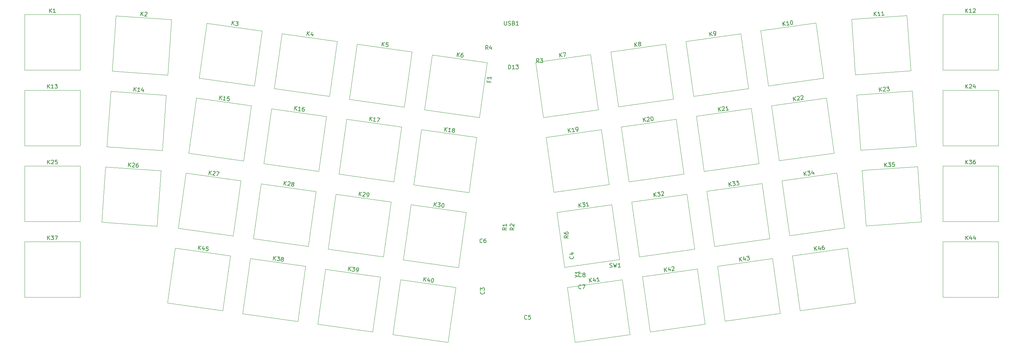
<source format=gbr>
G04 #@! TF.GenerationSoftware,KiCad,Pcbnew,5.1.9-73d0e3b20d~88~ubuntu20.04.1*
G04 #@! TF.CreationDate,2021-04-21T09:56:19-07:00*
G04 #@! TF.ProjectId,test1,74657374-312e-46b6-9963-61645f706362,rev?*
G04 #@! TF.SameCoordinates,Original*
G04 #@! TF.FileFunction,Legend,Top*
G04 #@! TF.FilePolarity,Positive*
%FSLAX46Y46*%
G04 Gerber Fmt 4.6, Leading zero omitted, Abs format (unit mm)*
G04 Created by KiCad (PCBNEW 5.1.9-73d0e3b20d~88~ubuntu20.04.1) date 2021-04-21 09:56:19*
%MOMM*%
%LPD*%
G01*
G04 APERTURE LIST*
%ADD10C,0.120000*%
%ADD11C,0.150000*%
G04 APERTURE END LIST*
D10*
X218351500Y-93203189D02*
X232185545Y-91258941D01*
X232185545Y-91258941D02*
X234129793Y-105092986D01*
X234129793Y-105092986D02*
X220295748Y-107037234D01*
X220295748Y-107037234D02*
X218351500Y-93203189D01*
X63245253Y-91284051D02*
X77079298Y-93228299D01*
X77079298Y-93228299D02*
X75135050Y-107062344D01*
X75135050Y-107062344D02*
X61301005Y-105118095D01*
X61301005Y-105118095D02*
X63245253Y-91284051D01*
X153801803Y-44562406D02*
X167635848Y-42618158D01*
X167635848Y-42618158D02*
X169580096Y-56452203D01*
X169580096Y-56452203D02*
X155746051Y-58396451D01*
X155746051Y-58396451D02*
X153801803Y-44562406D01*
X25368250Y-89630250D02*
X39338250Y-89630250D01*
X39338250Y-89630250D02*
X39338250Y-103600250D01*
X39338250Y-103600250D02*
X25368250Y-103600250D01*
X25368250Y-103600250D02*
X25368250Y-89630250D01*
X25368250Y-32480250D02*
X39338250Y-32480250D01*
X39338250Y-32480250D02*
X39338250Y-46450250D01*
X39338250Y-46450250D02*
X25368250Y-46450250D01*
X25368250Y-46450250D02*
X25368250Y-32480250D01*
X47374046Y-46775124D02*
X48348544Y-32839154D01*
X61310015Y-47749622D02*
X47374046Y-46775124D01*
X62284513Y-33813652D02*
X61310015Y-47749622D01*
X48348544Y-32839154D02*
X62284513Y-33813652D01*
X25368250Y-51530250D02*
X39338250Y-51530250D01*
X39338250Y-51530250D02*
X39338250Y-65500250D01*
X39338250Y-65500250D02*
X25368250Y-65500250D01*
X25368250Y-65500250D02*
X25368250Y-51530250D01*
X256159000Y-89630250D02*
X270129000Y-89630250D01*
X270129000Y-89630250D02*
X270129000Y-103600250D01*
X270129000Y-103600250D02*
X256159000Y-103600250D01*
X256159000Y-103600250D02*
X256159000Y-89630250D01*
X199484758Y-95853731D02*
X213318803Y-93909483D01*
X213318803Y-93909483D02*
X215263051Y-107743528D01*
X215263051Y-107743528D02*
X201429006Y-109687776D01*
X201429006Y-109687776D02*
X199484758Y-95853731D01*
X180620153Y-98504978D02*
X194454198Y-96560730D01*
X194454198Y-96560730D02*
X196398446Y-110394775D01*
X196398446Y-110394775D02*
X182564401Y-112339023D01*
X182564401Y-112339023D02*
X180620153Y-98504978D01*
X161755546Y-101156226D02*
X175589591Y-99211978D01*
X175589591Y-99211978D02*
X177533839Y-113046023D01*
X177533839Y-113046023D02*
X163699794Y-114990271D01*
X163699794Y-114990271D02*
X161755546Y-101156226D01*
X119864821Y-99245166D02*
X133698866Y-101189414D01*
X133698866Y-101189414D02*
X131754618Y-115023459D01*
X131754618Y-115023459D02*
X117920573Y-113079210D01*
X117920573Y-113079210D02*
X119864821Y-99245166D01*
X100975718Y-96586653D02*
X114809763Y-98530901D01*
X114809763Y-98530901D02*
X112865515Y-112364946D01*
X112865515Y-112364946D02*
X99031470Y-110420697D01*
X99031470Y-110420697D02*
X100975718Y-96586653D01*
X82111112Y-93935405D02*
X95945157Y-95879653D01*
X95945157Y-95879653D02*
X94000909Y-109713698D01*
X94000909Y-109713698D02*
X80166864Y-107769449D01*
X80166864Y-107769449D02*
X82111112Y-93935405D01*
X256127250Y-70580250D02*
X270097250Y-70580250D01*
X270097250Y-70580250D02*
X270097250Y-84550250D01*
X270097250Y-84550250D02*
X256127250Y-84550250D01*
X256127250Y-84550250D02*
X256127250Y-70580250D01*
X235863563Y-71735840D02*
X249799533Y-70761342D01*
X249799533Y-70761342D02*
X250774031Y-84697312D01*
X250774031Y-84697312D02*
X236838061Y-85671810D01*
X236838061Y-85671810D02*
X235863563Y-71735840D01*
X215698117Y-74337876D02*
X229532162Y-72393628D01*
X229532162Y-72393628D02*
X231476410Y-86227673D01*
X231476410Y-86227673D02*
X217642365Y-88171921D01*
X217642365Y-88171921D02*
X215698117Y-74337876D01*
X196846760Y-76993573D02*
X210680805Y-75049325D01*
X210680805Y-75049325D02*
X212625053Y-88883370D01*
X212625053Y-88883370D02*
X198791008Y-90827618D01*
X198791008Y-90827618D02*
X196846760Y-76993573D01*
X177968905Y-79640371D02*
X191802950Y-77696123D01*
X191802950Y-77696123D02*
X193747198Y-91530168D01*
X193747198Y-91530168D02*
X179913153Y-93474416D01*
X179913153Y-93474416D02*
X177968905Y-79640371D01*
X159104298Y-82291619D02*
X172938343Y-80347371D01*
X172938343Y-80347371D02*
X174882591Y-94181416D01*
X174882591Y-94181416D02*
X161048546Y-96125664D01*
X161048546Y-96125664D02*
X159104298Y-82291619D01*
X122491573Y-80373293D02*
X136325618Y-82317541D01*
X136325618Y-82317541D02*
X134381370Y-96151586D01*
X134381370Y-96151586D02*
X120547325Y-94207337D01*
X120547325Y-94207337D02*
X122491573Y-80373293D01*
X103626966Y-77722046D02*
X117461011Y-79666294D01*
X117461011Y-79666294D02*
X115516763Y-93500339D01*
X115516763Y-93500339D02*
X101682718Y-91556090D01*
X101682718Y-91556090D02*
X103626966Y-77722046D01*
X84762359Y-75070798D02*
X98596404Y-77015046D01*
X98596404Y-77015046D02*
X96652156Y-90849091D01*
X96652156Y-90849091D02*
X82818111Y-88904842D01*
X82818111Y-88904842D02*
X84762359Y-75070798D01*
X65897753Y-72419551D02*
X79731798Y-74363799D01*
X79731798Y-74363799D02*
X77787550Y-88197844D01*
X77787550Y-88197844D02*
X63953505Y-86253595D01*
X63953505Y-86253595D02*
X65897753Y-72419551D01*
X45690823Y-70846344D02*
X59626792Y-71820842D01*
X59626792Y-71820842D02*
X58652294Y-85756812D01*
X58652294Y-85756812D02*
X44716325Y-84782314D01*
X44716325Y-84782314D02*
X45690823Y-70846344D01*
X25368250Y-70580250D02*
X39338250Y-70580250D01*
X39338250Y-70580250D02*
X39338250Y-84550250D01*
X39338250Y-84550250D02*
X25368250Y-84550250D01*
X25368250Y-84550250D02*
X25368250Y-70580250D01*
X256127250Y-51530250D02*
X270097250Y-51530250D01*
X270097250Y-51530250D02*
X270097250Y-65500250D01*
X270097250Y-65500250D02*
X256127250Y-65500250D01*
X256127250Y-65500250D02*
X256127250Y-51530250D01*
X234534702Y-52732245D02*
X248470672Y-51757747D01*
X248470672Y-51757747D02*
X249445170Y-65693717D01*
X249445170Y-65693717D02*
X235509200Y-66668215D01*
X235509200Y-66668215D02*
X234534702Y-52732245D01*
X213046871Y-55473270D02*
X226880916Y-53529022D01*
X226880916Y-53529022D02*
X228825164Y-67363067D01*
X228825164Y-67363067D02*
X214991119Y-69307315D01*
X214991119Y-69307315D02*
X213046871Y-55473270D01*
X194194642Y-58122777D02*
X208028687Y-56178529D01*
X208028687Y-56178529D02*
X209972935Y-70012574D01*
X209972935Y-70012574D02*
X196138890Y-71956822D01*
X196138890Y-71956822D02*
X194194642Y-58122777D01*
X175317657Y-60775764D02*
X189151702Y-58831516D01*
X189151702Y-58831516D02*
X191095950Y-72665561D01*
X191095950Y-72665561D02*
X177261905Y-74609809D01*
X177261905Y-74609809D02*
X175317657Y-60775764D01*
X156453052Y-63427012D02*
X170287097Y-61482764D01*
X170287097Y-61482764D02*
X172231345Y-75316809D01*
X172231345Y-75316809D02*
X158397300Y-77261057D01*
X158397300Y-77261057D02*
X156453052Y-63427012D01*
X125142820Y-61508687D02*
X138976865Y-63452935D01*
X138976865Y-63452935D02*
X137032617Y-77286980D01*
X137032617Y-77286980D02*
X123198572Y-75342731D01*
X123198572Y-75342731D02*
X125142820Y-61508687D01*
X106278214Y-58857439D02*
X120112259Y-60801687D01*
X120112259Y-60801687D02*
X118168011Y-74635732D01*
X118168011Y-74635732D02*
X104333966Y-72691483D01*
X104333966Y-72691483D02*
X106278214Y-58857439D01*
X87413607Y-56206192D02*
X101247652Y-58150440D01*
X101247652Y-58150440D02*
X99303404Y-71984485D01*
X99303404Y-71984485D02*
X85469359Y-70040236D01*
X85469359Y-70040236D02*
X87413607Y-56206192D01*
X68549000Y-53554944D02*
X82383045Y-55499192D01*
X82383045Y-55499192D02*
X80438797Y-69333237D01*
X80438797Y-69333237D02*
X66604752Y-67388988D01*
X66604752Y-67388988D02*
X68549000Y-53554944D01*
X47019683Y-51842749D02*
X60955652Y-52817247D01*
X60955652Y-52817247D02*
X59981154Y-66753217D01*
X59981154Y-66753217D02*
X46045185Y-65778719D01*
X46045185Y-65778719D02*
X47019683Y-51842749D01*
X256127250Y-32480250D02*
X270097250Y-32480250D01*
X270097250Y-32480250D02*
X270097250Y-46450250D01*
X270097250Y-46450250D02*
X256127250Y-46450250D01*
X256127250Y-46450250D02*
X256127250Y-32480250D01*
X233205841Y-33728650D02*
X247141811Y-32754152D01*
X247141811Y-32754152D02*
X248116309Y-46690122D01*
X248116309Y-46690122D02*
X234180339Y-47664620D01*
X234180339Y-47664620D02*
X233205841Y-33728650D01*
X210395624Y-36608663D02*
X224229669Y-34664415D01*
X224229669Y-34664415D02*
X226173917Y-48498460D01*
X226173917Y-48498460D02*
X212339872Y-50442708D01*
X212339872Y-50442708D02*
X210395624Y-36608663D01*
X191544265Y-39264360D02*
X205378310Y-37320112D01*
X205378310Y-37320112D02*
X207322558Y-51154157D01*
X207322558Y-51154157D02*
X193488513Y-53098405D01*
X193488513Y-53098405D02*
X191544265Y-39264360D01*
X172679658Y-41915607D02*
X186513703Y-39971359D01*
X186513703Y-39971359D02*
X188457951Y-53805404D01*
X188457951Y-53805404D02*
X174623906Y-55749652D01*
X174623906Y-55749652D02*
X172679658Y-41915607D01*
X127794068Y-42644080D02*
X141628113Y-44588328D01*
X141628113Y-44588328D02*
X139683865Y-58422373D01*
X139683865Y-58422373D02*
X125849820Y-56478124D01*
X125849820Y-56478124D02*
X127794068Y-42644080D01*
X108929461Y-39992832D02*
X122763506Y-41937080D01*
X122763506Y-41937080D02*
X120819258Y-55771125D01*
X120819258Y-55771125D02*
X106985213Y-53826876D01*
X106985213Y-53826876D02*
X108929461Y-39992832D01*
X90064854Y-37341585D02*
X103898899Y-39285833D01*
X103898899Y-39285833D02*
X101954651Y-53119878D01*
X101954651Y-53119878D02*
X88120606Y-51175629D01*
X88120606Y-51175629D02*
X90064854Y-37341585D01*
X71200248Y-34690337D02*
X85034293Y-36634585D01*
X85034293Y-36634585D02*
X83090045Y-50468630D01*
X83090045Y-50468630D02*
X69256000Y-48524381D01*
X69256000Y-48524381D02*
X71200248Y-34690337D01*
D11*
X224005287Y-91967691D02*
X223866114Y-90977423D01*
X224571155Y-91888163D02*
X224067227Y-91381941D01*
X224431982Y-90897895D02*
X223945642Y-91543290D01*
X225327174Y-91108693D02*
X225419956Y-91768872D01*
X225038378Y-90764585D02*
X224902009Y-91505056D01*
X225515032Y-91418901D01*
X226223895Y-90646058D02*
X226035273Y-90672567D01*
X225947589Y-90732978D01*
X225907061Y-90786761D01*
X225832631Y-90941482D01*
X225811985Y-91136732D01*
X225865003Y-91513977D01*
X225925413Y-91601661D01*
X225979196Y-91642189D01*
X226080135Y-91676090D01*
X226268757Y-91649581D01*
X226356441Y-91589171D01*
X226396970Y-91535388D01*
X226430871Y-91434449D01*
X226397734Y-91198671D01*
X226337324Y-91110987D01*
X226283541Y-91070459D01*
X226182602Y-91036558D01*
X225993980Y-91063067D01*
X225906296Y-91123477D01*
X225865768Y-91177260D01*
X225831867Y-91278199D01*
X69020573Y-91654808D02*
X69159746Y-90664540D01*
X69586440Y-91734335D02*
X69241567Y-91108822D01*
X69725613Y-90744067D02*
X69080218Y-91230407D01*
X70528024Y-91193448D02*
X70435242Y-91853627D01*
X70345264Y-90783067D02*
X70010076Y-91457264D01*
X70623099Y-91543419D01*
X71564683Y-91002532D02*
X71093126Y-90936259D01*
X70979698Y-91401188D01*
X71033481Y-91360659D01*
X71134419Y-91326758D01*
X71370198Y-91359895D01*
X71457881Y-91420305D01*
X71498410Y-91474088D01*
X71532311Y-91575027D01*
X71499174Y-91810805D01*
X71438764Y-91898489D01*
X71384981Y-91939017D01*
X71284043Y-91972918D01*
X71048265Y-91939781D01*
X70960581Y-91879371D01*
X70920052Y-91825588D01*
X159927147Y-43260635D02*
X159787974Y-42270367D01*
X160493014Y-43181107D02*
X159989086Y-42674886D01*
X160353841Y-42190839D02*
X159867501Y-42836234D01*
X160683930Y-42144448D02*
X161344109Y-42051666D01*
X161058882Y-43101580D01*
X31138964Y-89193630D02*
X31138964Y-88193630D01*
X31710392Y-89193630D02*
X31281821Y-88622202D01*
X31710392Y-88193630D02*
X31138964Y-88765059D01*
X32043726Y-88193630D02*
X32662773Y-88193630D01*
X32329440Y-88574583D01*
X32472297Y-88574583D01*
X32567535Y-88622202D01*
X32615154Y-88669821D01*
X32662773Y-88765059D01*
X32662773Y-89003154D01*
X32615154Y-89098392D01*
X32567535Y-89146011D01*
X32472297Y-89193630D01*
X32186583Y-89193630D01*
X32091345Y-89146011D01*
X32043726Y-89098392D01*
X32996107Y-88193630D02*
X33662773Y-88193630D01*
X33234202Y-89193630D01*
X31615154Y-32043630D02*
X31615154Y-31043630D01*
X32186583Y-32043630D02*
X31758011Y-31472202D01*
X32186583Y-31043630D02*
X31615154Y-31615059D01*
X33138964Y-32043630D02*
X32567535Y-32043630D01*
X32853250Y-32043630D02*
X32853250Y-31043630D01*
X32758011Y-31186488D01*
X32662773Y-31281726D01*
X32567535Y-31329345D01*
X145961904Y-34218630D02*
X145961904Y-35028154D01*
X146009523Y-35123392D01*
X146057142Y-35171011D01*
X146152380Y-35218630D01*
X146342857Y-35218630D01*
X146438095Y-35171011D01*
X146485714Y-35123392D01*
X146533333Y-35028154D01*
X146533333Y-34218630D01*
X146961904Y-35171011D02*
X147104761Y-35218630D01*
X147342857Y-35218630D01*
X147438095Y-35171011D01*
X147485714Y-35123392D01*
X147533333Y-35028154D01*
X147533333Y-34932916D01*
X147485714Y-34837678D01*
X147438095Y-34790059D01*
X147342857Y-34742440D01*
X147152380Y-34694821D01*
X147057142Y-34647202D01*
X147009523Y-34599583D01*
X146961904Y-34504345D01*
X146961904Y-34409107D01*
X147009523Y-34313869D01*
X147057142Y-34266250D01*
X147152380Y-34218630D01*
X147390476Y-34218630D01*
X147533333Y-34266250D01*
X148295238Y-34694821D02*
X148438095Y-34742440D01*
X148485714Y-34790059D01*
X148533333Y-34885297D01*
X148533333Y-35028154D01*
X148485714Y-35123392D01*
X148438095Y-35171011D01*
X148342857Y-35218630D01*
X147961904Y-35218630D01*
X147961904Y-34218630D01*
X148295238Y-34218630D01*
X148390476Y-34266250D01*
X148438095Y-34313869D01*
X148485714Y-34409107D01*
X148485714Y-34504345D01*
X148438095Y-34599583D01*
X148390476Y-34647202D01*
X148295238Y-34694821D01*
X147961904Y-34694821D01*
X149485714Y-35218630D02*
X148914285Y-35218630D01*
X149200000Y-35218630D02*
X149200000Y-34218630D01*
X149104761Y-34361488D01*
X149009523Y-34456726D01*
X148914285Y-34504345D01*
X54610688Y-32839361D02*
X54680444Y-31841797D01*
X55180724Y-32879221D02*
X54793058Y-32279289D01*
X55250481Y-31881657D02*
X54640583Y-32411833D01*
X55623862Y-32003237D02*
X55674687Y-31959056D01*
X55773014Y-31918196D01*
X56010530Y-31934805D01*
X56102214Y-31988952D01*
X56146395Y-32039776D01*
X56187255Y-32138104D01*
X56180611Y-32233110D01*
X56123143Y-32372298D01*
X55513246Y-32902474D01*
X56130785Y-32945656D01*
X140422333Y-89863142D02*
X140374714Y-89910761D01*
X140231857Y-89958380D01*
X140136619Y-89958380D01*
X139993761Y-89910761D01*
X139898523Y-89815523D01*
X139850904Y-89720285D01*
X139803285Y-89529809D01*
X139803285Y-89386952D01*
X139850904Y-89196476D01*
X139898523Y-89101238D01*
X139993761Y-89006000D01*
X140136619Y-88958380D01*
X140231857Y-88958380D01*
X140374714Y-89006000D01*
X140422333Y-89053619D01*
X141279476Y-88958380D02*
X141089000Y-88958380D01*
X140993761Y-89006000D01*
X140946142Y-89053619D01*
X140850904Y-89196476D01*
X140803285Y-89386952D01*
X140803285Y-89767904D01*
X140850904Y-89863142D01*
X140898523Y-89910761D01*
X140993761Y-89958380D01*
X141184238Y-89958380D01*
X141279476Y-89910761D01*
X141327095Y-89863142D01*
X141374714Y-89767904D01*
X141374714Y-89529809D01*
X141327095Y-89434571D01*
X141279476Y-89386952D01*
X141184238Y-89339333D01*
X140993761Y-89339333D01*
X140898523Y-89386952D01*
X140850904Y-89434571D01*
X140803285Y-89529809D01*
X151619833Y-109098142D02*
X151572214Y-109145761D01*
X151429357Y-109193380D01*
X151334119Y-109193380D01*
X151191261Y-109145761D01*
X151096023Y-109050523D01*
X151048404Y-108955285D01*
X151000785Y-108764809D01*
X151000785Y-108621952D01*
X151048404Y-108431476D01*
X151096023Y-108336238D01*
X151191261Y-108241000D01*
X151334119Y-108193380D01*
X151429357Y-108193380D01*
X151572214Y-108241000D01*
X151619833Y-108288619D01*
X152524595Y-108193380D02*
X152048404Y-108193380D01*
X152000785Y-108669571D01*
X152048404Y-108621952D01*
X152143642Y-108574333D01*
X152381738Y-108574333D01*
X152476976Y-108621952D01*
X152524595Y-108669571D01*
X152572214Y-108764809D01*
X152572214Y-109002904D01*
X152524595Y-109098142D01*
X152476976Y-109145761D01*
X152381738Y-109193380D01*
X152143642Y-109193380D01*
X152048404Y-109145761D01*
X152000785Y-109098142D01*
X31138964Y-51093630D02*
X31138964Y-50093630D01*
X31710392Y-51093630D02*
X31281821Y-50522202D01*
X31710392Y-50093630D02*
X31138964Y-50665059D01*
X32662773Y-51093630D02*
X32091345Y-51093630D01*
X32377059Y-51093630D02*
X32377059Y-50093630D01*
X32281821Y-50236488D01*
X32186583Y-50331726D01*
X32091345Y-50379345D01*
X32996107Y-50093630D02*
X33615154Y-50093630D01*
X33281821Y-50474583D01*
X33424678Y-50474583D01*
X33519916Y-50522202D01*
X33567535Y-50569821D01*
X33615154Y-50665059D01*
X33615154Y-50903154D01*
X33567535Y-50998392D01*
X33519916Y-51046011D01*
X33424678Y-51093630D01*
X33138964Y-51093630D01*
X33043726Y-51046011D01*
X32996107Y-50998392D01*
X146994714Y-46209380D02*
X146994714Y-45209380D01*
X147232809Y-45209380D01*
X147375666Y-45257000D01*
X147470904Y-45352238D01*
X147518523Y-45447476D01*
X147566142Y-45637952D01*
X147566142Y-45780809D01*
X147518523Y-45971285D01*
X147470904Y-46066523D01*
X147375666Y-46161761D01*
X147232809Y-46209380D01*
X146994714Y-46209380D01*
X148518523Y-46209380D02*
X147947095Y-46209380D01*
X148232809Y-46209380D02*
X148232809Y-45209380D01*
X148137571Y-45352238D01*
X148042333Y-45447476D01*
X147947095Y-45495095D01*
X148851857Y-45209380D02*
X149470904Y-45209380D01*
X149137571Y-45590333D01*
X149280428Y-45590333D01*
X149375666Y-45637952D01*
X149423285Y-45685571D01*
X149470904Y-45780809D01*
X149470904Y-46018904D01*
X149423285Y-46114142D01*
X149375666Y-46161761D01*
X149280428Y-46209380D01*
X148994714Y-46209380D01*
X148899476Y-46161761D01*
X148851857Y-46114142D01*
X164259690Y-98350940D02*
X164735880Y-98350940D01*
X163735880Y-98684273D02*
X164259690Y-98350940D01*
X163735880Y-98017607D01*
X164735880Y-97160464D02*
X164735880Y-97731892D01*
X164735880Y-97446178D02*
X163735880Y-97446178D01*
X163878738Y-97541416D01*
X163973976Y-97636654D01*
X164021595Y-97731892D01*
X172466166Y-96079761D02*
X172609023Y-96127380D01*
X172847119Y-96127380D01*
X172942357Y-96079761D01*
X172989976Y-96032142D01*
X173037595Y-95936904D01*
X173037595Y-95841666D01*
X172989976Y-95746428D01*
X172942357Y-95698809D01*
X172847119Y-95651190D01*
X172656642Y-95603571D01*
X172561404Y-95555952D01*
X172513785Y-95508333D01*
X172466166Y-95413095D01*
X172466166Y-95317857D01*
X172513785Y-95222619D01*
X172561404Y-95175000D01*
X172656642Y-95127380D01*
X172894738Y-95127380D01*
X173037595Y-95175000D01*
X173370928Y-95127380D02*
X173609023Y-96127380D01*
X173799500Y-95413095D01*
X173989976Y-96127380D01*
X174228071Y-95127380D01*
X175132833Y-96127380D02*
X174561404Y-96127380D01*
X174847119Y-96127380D02*
X174847119Y-95127380D01*
X174751880Y-95270238D01*
X174656642Y-95365476D01*
X174561404Y-95413095D01*
X141835333Y-41347380D02*
X141502000Y-40871190D01*
X141263904Y-41347380D02*
X141263904Y-40347380D01*
X141644857Y-40347380D01*
X141740095Y-40395000D01*
X141787714Y-40442619D01*
X141835333Y-40537857D01*
X141835333Y-40680714D01*
X141787714Y-40775952D01*
X141740095Y-40823571D01*
X141644857Y-40871190D01*
X141263904Y-40871190D01*
X142692476Y-40680714D02*
X142692476Y-41347380D01*
X142454380Y-40299761D02*
X142216285Y-41014047D01*
X142835333Y-41014047D01*
X154646333Y-44647380D02*
X154313000Y-44171190D01*
X154074904Y-44647380D02*
X154074904Y-43647380D01*
X154455857Y-43647380D01*
X154551095Y-43695000D01*
X154598714Y-43742619D01*
X154646333Y-43837857D01*
X154646333Y-43980714D01*
X154598714Y-44075952D01*
X154551095Y-44123571D01*
X154455857Y-44171190D01*
X154074904Y-44171190D01*
X154979666Y-43647380D02*
X155598714Y-43647380D01*
X155265380Y-44028333D01*
X155408238Y-44028333D01*
X155503476Y-44075952D01*
X155551095Y-44123571D01*
X155598714Y-44218809D01*
X155598714Y-44456904D01*
X155551095Y-44552142D01*
X155503476Y-44599761D01*
X155408238Y-44647380D01*
X155122523Y-44647380D01*
X155027285Y-44599761D01*
X154979666Y-44552142D01*
X148406380Y-86161416D02*
X147930190Y-86494750D01*
X148406380Y-86732845D02*
X147406380Y-86732845D01*
X147406380Y-86351892D01*
X147454000Y-86256654D01*
X147501619Y-86209035D01*
X147596857Y-86161416D01*
X147739714Y-86161416D01*
X147834952Y-86209035D01*
X147882571Y-86256654D01*
X147930190Y-86351892D01*
X147930190Y-86732845D01*
X147501619Y-85780464D02*
X147454000Y-85732845D01*
X147406380Y-85637607D01*
X147406380Y-85399511D01*
X147454000Y-85304273D01*
X147501619Y-85256654D01*
X147596857Y-85209035D01*
X147692095Y-85209035D01*
X147834952Y-85256654D01*
X148406380Y-85828083D01*
X148406380Y-85209035D01*
X146501380Y-86161416D02*
X146025190Y-86494750D01*
X146501380Y-86732845D02*
X145501380Y-86732845D01*
X145501380Y-86351892D01*
X145549000Y-86256654D01*
X145596619Y-86209035D01*
X145691857Y-86161416D01*
X145834714Y-86161416D01*
X145929952Y-86209035D01*
X145977571Y-86256654D01*
X146025190Y-86351892D01*
X146025190Y-86732845D01*
X146501380Y-85209035D02*
X146501380Y-85780464D01*
X146501380Y-85494750D02*
X145501380Y-85494750D01*
X145644238Y-85589988D01*
X145739476Y-85685226D01*
X145787095Y-85780464D01*
X161995380Y-88177666D02*
X161519190Y-88511000D01*
X161995380Y-88749095D02*
X160995380Y-88749095D01*
X160995380Y-88368142D01*
X161043000Y-88272904D01*
X161090619Y-88225285D01*
X161185857Y-88177666D01*
X161328714Y-88177666D01*
X161423952Y-88225285D01*
X161471571Y-88272904D01*
X161519190Y-88368142D01*
X161519190Y-88749095D01*
X160995380Y-87320523D02*
X160995380Y-87511000D01*
X161043000Y-87606238D01*
X161090619Y-87653857D01*
X161233476Y-87749095D01*
X161423952Y-87796714D01*
X161804904Y-87796714D01*
X161900142Y-87749095D01*
X161947761Y-87701476D01*
X161995380Y-87606238D01*
X161995380Y-87415761D01*
X161947761Y-87320523D01*
X161900142Y-87272904D01*
X161804904Y-87225285D01*
X161566809Y-87225285D01*
X161471571Y-87272904D01*
X161423952Y-87320523D01*
X161376333Y-87415761D01*
X161376333Y-87606238D01*
X161423952Y-87701476D01*
X161471571Y-87749095D01*
X161566809Y-87796714D01*
X261929714Y-89193630D02*
X261929714Y-88193630D01*
X262501142Y-89193630D02*
X262072571Y-88622202D01*
X262501142Y-88193630D02*
X261929714Y-88765059D01*
X263358285Y-88526964D02*
X263358285Y-89193630D01*
X263120190Y-88146011D02*
X262882095Y-88860297D01*
X263501142Y-88860297D01*
X264310666Y-88526964D02*
X264310666Y-89193630D01*
X264072571Y-88146011D02*
X263834476Y-88860297D01*
X264453523Y-88860297D01*
X205138545Y-94618233D02*
X204999372Y-93627965D01*
X205704413Y-94538705D02*
X205200485Y-94032483D01*
X205565240Y-93548437D02*
X205078900Y-94193832D01*
X206460432Y-93759235D02*
X206553214Y-94419414D01*
X206171636Y-93415127D02*
X206035267Y-94155598D01*
X206648290Y-94069443D01*
X206838442Y-93369500D02*
X207451465Y-93283346D01*
X207174394Y-93706982D01*
X207315860Y-93687100D01*
X207416799Y-93721001D01*
X207470582Y-93761529D01*
X207530992Y-93849213D01*
X207564129Y-94084991D01*
X207530228Y-94185930D01*
X207489699Y-94239713D01*
X207402015Y-94300123D01*
X207119082Y-94339887D01*
X207018143Y-94305986D01*
X206964360Y-94265457D01*
X186273940Y-97269480D02*
X186134767Y-96279212D01*
X186839808Y-97189952D02*
X186335880Y-96683730D01*
X186700635Y-96199684D02*
X186214295Y-96845079D01*
X187595827Y-96410482D02*
X187688609Y-97070661D01*
X187307031Y-96066374D02*
X187170662Y-96806845D01*
X187783685Y-96720690D01*
X188034247Y-96108431D02*
X188074775Y-96054648D01*
X188162459Y-95994238D01*
X188398237Y-95961102D01*
X188499176Y-95995003D01*
X188552959Y-96035531D01*
X188613369Y-96123215D01*
X188626623Y-96217526D01*
X188599350Y-96365621D01*
X188113010Y-97011015D01*
X188726033Y-96924861D01*
X167409333Y-99920728D02*
X167270160Y-98930460D01*
X167975201Y-99841200D02*
X167471273Y-99334978D01*
X167836028Y-98850932D02*
X167349688Y-99496327D01*
X168731220Y-99061730D02*
X168824002Y-99721909D01*
X168442424Y-98717622D02*
X168306055Y-99458093D01*
X168919078Y-99371938D01*
X169861426Y-99576109D02*
X169295558Y-99655636D01*
X169578492Y-99615872D02*
X169439319Y-98625604D01*
X169364890Y-98780326D01*
X169283833Y-98887892D01*
X169196149Y-98948302D01*
X125640141Y-99615923D02*
X125779314Y-98625655D01*
X126206008Y-99695450D02*
X125861135Y-99069937D01*
X126345181Y-98705182D02*
X125699786Y-99191522D01*
X127147592Y-99154563D02*
X127054810Y-99814742D01*
X126964832Y-98744182D02*
X126629644Y-99418379D01*
X127242667Y-99504534D01*
X127901317Y-98923883D02*
X127995628Y-98937138D01*
X128083312Y-98997548D01*
X128123841Y-99051331D01*
X128157742Y-99152269D01*
X128178388Y-99347519D01*
X128145252Y-99583297D01*
X128071587Y-99765292D01*
X128011177Y-99852976D01*
X127957394Y-99893505D01*
X127856455Y-99927406D01*
X127762144Y-99914151D01*
X127674460Y-99853741D01*
X127633932Y-99799958D01*
X127600031Y-99699019D01*
X127579384Y-99503770D01*
X127612521Y-99267992D01*
X127686185Y-99085996D01*
X127746596Y-98998312D01*
X127800378Y-98957784D01*
X127901317Y-98923883D01*
X106751038Y-96957410D02*
X106890211Y-95967142D01*
X107316905Y-97036937D02*
X106972032Y-96411424D01*
X107456078Y-96046669D02*
X106810683Y-96533009D01*
X107786168Y-96093060D02*
X108399191Y-96179215D01*
X108016083Y-96510069D01*
X108157550Y-96529951D01*
X108245234Y-96590361D01*
X108285762Y-96644144D01*
X108319663Y-96745083D01*
X108286527Y-96980861D01*
X108226117Y-97068545D01*
X108172334Y-97109073D01*
X108071395Y-97142974D01*
X107788462Y-97103210D01*
X107700778Y-97042800D01*
X107660249Y-96989017D01*
X108731574Y-97235756D02*
X108920196Y-97262265D01*
X109021135Y-97228364D01*
X109074918Y-97187836D01*
X109189111Y-97059624D01*
X109262776Y-96877629D01*
X109315794Y-96500384D01*
X109281893Y-96399445D01*
X109241365Y-96345662D01*
X109153681Y-96285252D01*
X108965058Y-96258743D01*
X108864120Y-96292644D01*
X108810337Y-96333172D01*
X108749927Y-96420856D01*
X108716790Y-96656634D01*
X108750691Y-96757573D01*
X108791220Y-96811356D01*
X108878904Y-96871766D01*
X109067526Y-96898275D01*
X109168465Y-96864374D01*
X109222248Y-96823846D01*
X109282658Y-96736162D01*
X87886432Y-94306162D02*
X88025605Y-93315894D01*
X88452299Y-94385689D02*
X88107426Y-93760176D01*
X88591472Y-93395421D02*
X87946077Y-93881761D01*
X88921562Y-93441812D02*
X89534585Y-93527967D01*
X89151477Y-93858821D01*
X89292944Y-93878703D01*
X89380628Y-93939113D01*
X89421156Y-93992896D01*
X89455057Y-94093835D01*
X89421921Y-94329613D01*
X89361511Y-94417297D01*
X89307728Y-94457825D01*
X89206789Y-94491726D01*
X88923856Y-94451962D01*
X88836172Y-94391552D01*
X88795643Y-94337769D01*
X90040807Y-94031895D02*
X89953123Y-93971485D01*
X89912594Y-93917702D01*
X89878693Y-93816764D01*
X89885321Y-93769608D01*
X89945731Y-93681924D01*
X89999514Y-93641396D01*
X90100452Y-93607495D01*
X90289075Y-93634004D01*
X90376759Y-93694414D01*
X90417287Y-93748197D01*
X90451188Y-93849136D01*
X90444561Y-93896291D01*
X90384151Y-93983975D01*
X90330368Y-94024503D01*
X90229429Y-94058404D01*
X90040807Y-94031895D01*
X89939868Y-94065796D01*
X89886085Y-94106325D01*
X89825675Y-94194009D01*
X89799166Y-94382631D01*
X89833067Y-94483570D01*
X89873595Y-94537353D01*
X89961279Y-94597763D01*
X90149902Y-94624272D01*
X90250840Y-94590371D01*
X90304623Y-94549843D01*
X90365033Y-94462159D01*
X90391543Y-94273536D01*
X90357642Y-94172598D01*
X90317113Y-94118815D01*
X90229429Y-94058404D01*
X261897964Y-70143630D02*
X261897964Y-69143630D01*
X262469392Y-70143630D02*
X262040821Y-69572202D01*
X262469392Y-69143630D02*
X261897964Y-69715059D01*
X262802726Y-69143630D02*
X263421773Y-69143630D01*
X263088440Y-69524583D01*
X263231297Y-69524583D01*
X263326535Y-69572202D01*
X263374154Y-69619821D01*
X263421773Y-69715059D01*
X263421773Y-69953154D01*
X263374154Y-70048392D01*
X263326535Y-70096011D01*
X263231297Y-70143630D01*
X262945583Y-70143630D01*
X262850345Y-70096011D01*
X262802726Y-70048392D01*
X264278916Y-69143630D02*
X264088440Y-69143630D01*
X263993202Y-69191250D01*
X263945583Y-69238869D01*
X263850345Y-69381726D01*
X263802726Y-69572202D01*
X263802726Y-69953154D01*
X263850345Y-70048392D01*
X263897964Y-70096011D01*
X263993202Y-70143630D01*
X264183678Y-70143630D01*
X264278916Y-70096011D01*
X264326535Y-70048392D01*
X264374154Y-69953154D01*
X264374154Y-69715059D01*
X264326535Y-69619821D01*
X264278916Y-69572202D01*
X264183678Y-69524583D01*
X263993202Y-69524583D01*
X263897964Y-69572202D01*
X263850345Y-69619821D01*
X263802726Y-69715059D01*
X241589763Y-70897739D02*
X241520007Y-69900175D01*
X242159800Y-70857878D02*
X241692412Y-70317737D01*
X242090043Y-69860314D02*
X241559868Y-70470211D01*
X242422565Y-69837062D02*
X243040104Y-69793879D01*
X242734157Y-70197156D01*
X242876666Y-70187190D01*
X242974994Y-70228050D01*
X243025819Y-70272231D01*
X243079965Y-70363916D01*
X243096574Y-70601431D01*
X243055714Y-70699759D01*
X243011533Y-70750584D01*
X242919849Y-70804730D01*
X242634830Y-70824661D01*
X242536502Y-70783801D01*
X242485678Y-70739620D01*
X243942662Y-69730766D02*
X243467632Y-69763984D01*
X243453346Y-70242336D01*
X243497527Y-70191511D01*
X243589212Y-70137364D01*
X243826727Y-70120756D01*
X243925055Y-70161615D01*
X243975880Y-70205797D01*
X244030026Y-70297481D01*
X244046635Y-70534996D01*
X244005775Y-70633324D01*
X243961594Y-70684149D01*
X243869910Y-70738295D01*
X243632394Y-70754904D01*
X243534067Y-70714045D01*
X243483242Y-70669863D01*
X221351904Y-73102378D02*
X221212731Y-72112110D01*
X221917772Y-73022850D02*
X221413844Y-72516628D01*
X221778599Y-72032582D02*
X221292259Y-72677977D01*
X222108688Y-71986191D02*
X222721711Y-71900036D01*
X222444640Y-72323672D01*
X222586107Y-72303791D01*
X222687046Y-72337692D01*
X222740828Y-72378220D01*
X222801239Y-72465904D01*
X222834375Y-72701682D01*
X222800474Y-72802621D01*
X222759946Y-72856403D01*
X222672262Y-72916814D01*
X222389328Y-72956577D01*
X222288390Y-72922676D01*
X222234607Y-72882148D01*
X223616903Y-72110835D02*
X223709686Y-72771013D01*
X223328107Y-71766726D02*
X223191738Y-72507197D01*
X223804761Y-72421042D01*
X202500547Y-75758075D02*
X202361374Y-74767807D01*
X203066415Y-75678547D02*
X202562487Y-75172325D01*
X202927242Y-74688279D02*
X202440902Y-75333674D01*
X203257331Y-74641888D02*
X203870354Y-74555733D01*
X203593283Y-74979369D01*
X203734750Y-74959488D01*
X203835689Y-74993389D01*
X203889471Y-75033917D01*
X203949882Y-75121601D01*
X203983018Y-75357379D01*
X203949117Y-75458318D01*
X203908589Y-75512100D01*
X203820905Y-75572511D01*
X203537971Y-75612274D01*
X203437033Y-75578373D01*
X203383250Y-75537845D01*
X204200444Y-74509342D02*
X204813467Y-74423188D01*
X204536396Y-74846824D01*
X204677862Y-74826942D01*
X204778801Y-74860843D01*
X204832584Y-74901371D01*
X204892994Y-74989055D01*
X204926131Y-75224833D01*
X204892230Y-75325772D01*
X204851701Y-75379555D01*
X204764017Y-75439965D01*
X204481084Y-75479729D01*
X204380145Y-75445828D01*
X204326362Y-75405299D01*
X183622692Y-78404873D02*
X183483519Y-77414605D01*
X184188560Y-78325345D02*
X183684632Y-77819123D01*
X184049387Y-77335077D02*
X183563047Y-77980472D01*
X184379476Y-77288686D02*
X184992499Y-77202531D01*
X184715428Y-77626167D01*
X184856895Y-77606286D01*
X184957834Y-77640187D01*
X185011616Y-77680715D01*
X185072027Y-77768399D01*
X185105163Y-78004177D01*
X185071262Y-78105116D01*
X185030734Y-78158898D01*
X184943050Y-78219309D01*
X184660116Y-78259072D01*
X184559178Y-78225171D01*
X184505395Y-78184643D01*
X185382999Y-77243824D02*
X185423527Y-77190041D01*
X185511211Y-77129631D01*
X185746989Y-77096495D01*
X185847928Y-77130396D01*
X185901711Y-77170924D01*
X185962121Y-77258608D01*
X185975375Y-77352919D01*
X185948102Y-77501014D01*
X185461762Y-78146408D01*
X186074785Y-78060254D01*
X164758085Y-81056121D02*
X164618912Y-80065853D01*
X165323953Y-80976593D02*
X164820025Y-80470371D01*
X165184780Y-79986325D02*
X164698440Y-80631720D01*
X165514869Y-79939934D02*
X166127892Y-79853779D01*
X165850821Y-80277415D01*
X165992288Y-80257534D01*
X166093227Y-80291435D01*
X166147009Y-80331963D01*
X166207420Y-80419647D01*
X166240556Y-80655425D01*
X166206655Y-80756364D01*
X166166127Y-80810146D01*
X166078443Y-80870557D01*
X165795509Y-80910320D01*
X165694571Y-80876419D01*
X165640788Y-80835891D01*
X167210178Y-80711502D02*
X166644310Y-80791029D01*
X166927244Y-80751265D02*
X166788071Y-79760997D01*
X166713642Y-79915719D01*
X166632585Y-80023285D01*
X166544901Y-80083695D01*
X128266893Y-80744050D02*
X128406066Y-79753782D01*
X128832760Y-80823577D02*
X128487887Y-80198064D01*
X128971933Y-79833309D02*
X128326538Y-80319649D01*
X129302023Y-79879700D02*
X129915046Y-79965855D01*
X129531938Y-80296709D01*
X129673405Y-80316591D01*
X129761089Y-80377001D01*
X129801617Y-80430784D01*
X129835518Y-80531723D01*
X129802382Y-80767501D01*
X129741972Y-80855185D01*
X129688189Y-80895713D01*
X129587250Y-80929614D01*
X129304317Y-80889850D01*
X129216633Y-80829440D01*
X129176104Y-80775657D01*
X130528069Y-80052010D02*
X130622380Y-80065265D01*
X130710064Y-80125675D01*
X130750593Y-80179458D01*
X130784494Y-80280396D01*
X130805140Y-80475646D01*
X130772004Y-80711424D01*
X130698339Y-80893419D01*
X130637929Y-80981103D01*
X130584146Y-81021632D01*
X130483207Y-81055533D01*
X130388896Y-81042278D01*
X130301212Y-80981868D01*
X130260684Y-80928085D01*
X130226783Y-80827146D01*
X130206136Y-80631897D01*
X130239273Y-80396119D01*
X130312937Y-80214123D01*
X130373348Y-80126439D01*
X130427130Y-80085911D01*
X130528069Y-80052010D01*
X109402286Y-78092803D02*
X109541459Y-77102535D01*
X109968153Y-78172330D02*
X109623280Y-77546817D01*
X110107326Y-77182062D02*
X109461931Y-77668402D01*
X110471317Y-77329392D02*
X110525100Y-77288864D01*
X110626038Y-77254963D01*
X110861816Y-77288099D01*
X110949500Y-77348509D01*
X110990029Y-77402292D01*
X111023930Y-77503231D01*
X111010675Y-77597542D01*
X110943638Y-77732382D01*
X110298243Y-78218722D01*
X110911266Y-78304876D01*
X111382822Y-78371149D02*
X111571444Y-78397658D01*
X111672383Y-78363757D01*
X111726166Y-78323229D01*
X111840359Y-78195017D01*
X111914024Y-78013022D01*
X111967042Y-77635777D01*
X111933141Y-77534838D01*
X111892613Y-77481055D01*
X111804929Y-77420645D01*
X111616306Y-77394136D01*
X111515368Y-77428037D01*
X111461585Y-77468565D01*
X111401175Y-77556249D01*
X111368038Y-77792027D01*
X111401939Y-77892966D01*
X111442468Y-77946749D01*
X111530152Y-78007159D01*
X111718774Y-78033668D01*
X111819713Y-77999767D01*
X111873496Y-77959239D01*
X111933906Y-77871555D01*
X90537679Y-75441555D02*
X90676852Y-74451287D01*
X91103546Y-75521082D02*
X90758673Y-74895569D01*
X91242719Y-74530814D02*
X90597324Y-75017154D01*
X91606710Y-74678144D02*
X91660493Y-74637616D01*
X91761431Y-74603715D01*
X91997209Y-74636851D01*
X92084893Y-74697261D01*
X92125422Y-74751044D01*
X92159323Y-74851983D01*
X92146068Y-74946294D01*
X92079031Y-75081134D01*
X91433636Y-75567474D01*
X92046659Y-75653628D01*
X92692054Y-75167288D02*
X92604370Y-75106878D01*
X92563841Y-75053095D01*
X92529940Y-74952157D01*
X92536568Y-74905001D01*
X92596978Y-74817317D01*
X92650761Y-74776789D01*
X92751699Y-74742888D01*
X92940322Y-74769397D01*
X93028006Y-74829807D01*
X93068534Y-74883590D01*
X93102435Y-74984529D01*
X93095808Y-75031684D01*
X93035398Y-75119368D01*
X92981615Y-75159896D01*
X92880676Y-75193797D01*
X92692054Y-75167288D01*
X92591115Y-75201189D01*
X92537332Y-75241718D01*
X92476922Y-75329402D01*
X92450413Y-75518024D01*
X92484314Y-75618963D01*
X92524842Y-75672746D01*
X92612526Y-75733156D01*
X92801149Y-75759665D01*
X92902087Y-75725764D01*
X92955870Y-75685236D01*
X93016280Y-75597552D01*
X93042790Y-75408929D01*
X93008889Y-75307991D01*
X92968360Y-75254208D01*
X92880676Y-75193797D01*
X71673073Y-72790308D02*
X71812246Y-71800040D01*
X72238940Y-72869835D02*
X71894067Y-72244322D01*
X72378113Y-71879567D02*
X71732718Y-72365907D01*
X72742104Y-72026897D02*
X72795887Y-71986369D01*
X72896825Y-71952468D01*
X73132603Y-71985604D01*
X73220287Y-72046014D01*
X73260816Y-72099797D01*
X73294717Y-72200736D01*
X73281462Y-72295047D01*
X73214425Y-72429887D01*
X72569030Y-72916227D01*
X73182053Y-73002381D01*
X73651315Y-72058504D02*
X74311494Y-72151286D01*
X73747920Y-73081909D01*
X51477936Y-70813333D02*
X51547693Y-69815769D01*
X52047973Y-70853194D02*
X51660306Y-70253262D01*
X52117729Y-69855630D02*
X51507832Y-70385806D01*
X52491110Y-69977210D02*
X52541935Y-69933029D01*
X52640263Y-69892169D01*
X52877778Y-69908778D01*
X52969462Y-69962924D01*
X53013644Y-70013749D01*
X53054503Y-70112077D01*
X53047860Y-70207083D01*
X52990392Y-70346270D01*
X52380494Y-70876446D01*
X52998034Y-70919629D01*
X53922845Y-69981856D02*
X53732833Y-69968569D01*
X53634505Y-70009429D01*
X53583680Y-70053610D01*
X53478709Y-70189476D01*
X53417919Y-70376166D01*
X53391345Y-70756190D01*
X53432205Y-70854518D01*
X53476386Y-70905343D01*
X53568070Y-70959490D01*
X53758083Y-70972777D01*
X53856410Y-70931917D01*
X53907235Y-70887736D01*
X53961382Y-70796051D01*
X53977990Y-70558536D01*
X53937131Y-70460208D01*
X53892950Y-70409383D01*
X53801265Y-70355237D01*
X53611253Y-70341950D01*
X53512925Y-70382810D01*
X53462100Y-70426991D01*
X53407954Y-70518675D01*
X31138964Y-70143630D02*
X31138964Y-69143630D01*
X31710392Y-70143630D02*
X31281821Y-69572202D01*
X31710392Y-69143630D02*
X31138964Y-69715059D01*
X32091345Y-69238869D02*
X32138964Y-69191250D01*
X32234202Y-69143630D01*
X32472297Y-69143630D01*
X32567535Y-69191250D01*
X32615154Y-69238869D01*
X32662773Y-69334107D01*
X32662773Y-69429345D01*
X32615154Y-69572202D01*
X32043726Y-70143630D01*
X32662773Y-70143630D01*
X33567535Y-69143630D02*
X33091345Y-69143630D01*
X33043726Y-69619821D01*
X33091345Y-69572202D01*
X33186583Y-69524583D01*
X33424678Y-69524583D01*
X33519916Y-69572202D01*
X33567535Y-69619821D01*
X33615154Y-69715059D01*
X33615154Y-69953154D01*
X33567535Y-70048392D01*
X33519916Y-70096011D01*
X33424678Y-70143630D01*
X33186583Y-70143630D01*
X33091345Y-70096011D01*
X33043726Y-70048392D01*
X261897964Y-51093630D02*
X261897964Y-50093630D01*
X262469392Y-51093630D02*
X262040821Y-50522202D01*
X262469392Y-50093630D02*
X261897964Y-50665059D01*
X262850345Y-50188869D02*
X262897964Y-50141250D01*
X262993202Y-50093630D01*
X263231297Y-50093630D01*
X263326535Y-50141250D01*
X263374154Y-50188869D01*
X263421773Y-50284107D01*
X263421773Y-50379345D01*
X263374154Y-50522202D01*
X262802726Y-51093630D01*
X263421773Y-51093630D01*
X264278916Y-50426964D02*
X264278916Y-51093630D01*
X264040821Y-50046011D02*
X263802726Y-50760297D01*
X264421773Y-50760297D01*
X240260902Y-51894144D02*
X240191146Y-50896580D01*
X240830939Y-51854283D02*
X240363551Y-51314142D01*
X240761182Y-50856719D02*
X240231007Y-51466616D01*
X241147850Y-50925151D02*
X241192032Y-50874326D01*
X241283716Y-50820180D01*
X241521231Y-50803571D01*
X241619559Y-50844431D01*
X241670384Y-50888612D01*
X241724530Y-50980296D01*
X241731174Y-51075302D01*
X241693636Y-51221133D01*
X241163460Y-51831031D01*
X241781000Y-51787848D01*
X242043765Y-50767032D02*
X242661304Y-50723849D01*
X242355357Y-51127126D01*
X242497866Y-51117161D01*
X242596194Y-51158020D01*
X242647019Y-51202202D01*
X242701165Y-51293886D01*
X242717774Y-51531401D01*
X242676914Y-51629729D01*
X242632733Y-51680554D01*
X242541049Y-51734700D01*
X242256030Y-51754631D01*
X242157702Y-51713771D01*
X242106878Y-51669590D01*
X218700658Y-54237772D02*
X218561485Y-53247504D01*
X219266526Y-54158244D02*
X218762598Y-53652022D01*
X219127353Y-53167976D02*
X218641013Y-53813371D01*
X219517852Y-53209269D02*
X219558381Y-53155486D01*
X219646065Y-53095076D01*
X219881843Y-53061940D01*
X219982781Y-53095841D01*
X220036564Y-53136369D01*
X220096974Y-53224053D01*
X220110229Y-53318364D01*
X220082955Y-53466458D01*
X219596615Y-54111853D01*
X220209638Y-54025699D01*
X220460965Y-53076723D02*
X220501493Y-53022940D01*
X220589177Y-52962530D01*
X220824955Y-52929394D01*
X220925894Y-52963295D01*
X220979677Y-53003823D01*
X221040087Y-53091507D01*
X221053341Y-53185818D01*
X221026068Y-53333913D01*
X220539728Y-53979307D01*
X221152751Y-53893153D01*
X199848429Y-56887279D02*
X199709256Y-55897011D01*
X200414297Y-56807751D02*
X199910369Y-56301529D01*
X200275124Y-55817483D02*
X199788784Y-56462878D01*
X200665623Y-55858776D02*
X200706152Y-55804993D01*
X200793836Y-55744583D01*
X201029614Y-55711447D01*
X201130552Y-55745348D01*
X201184335Y-55785876D01*
X201244745Y-55873560D01*
X201258000Y-55967871D01*
X201230726Y-56115965D01*
X200744386Y-56761360D01*
X201357409Y-56675206D01*
X202300522Y-56542660D02*
X201734654Y-56622187D01*
X202017588Y-56582423D02*
X201878415Y-55592155D01*
X201803986Y-55746877D01*
X201722929Y-55854443D01*
X201635245Y-55914853D01*
X180971444Y-59540266D02*
X180832271Y-58549998D01*
X181537312Y-59460738D02*
X181033384Y-58954516D01*
X181398139Y-58470470D02*
X180911799Y-59115865D01*
X181788638Y-58511763D02*
X181829167Y-58457980D01*
X181916851Y-58397570D01*
X182152629Y-58364434D01*
X182253567Y-58398335D01*
X182307350Y-58438863D01*
X182367760Y-58526547D01*
X182381015Y-58620858D01*
X182353741Y-58768952D01*
X181867401Y-59414347D01*
X182480424Y-59328193D01*
X182954274Y-58251770D02*
X183048586Y-58238515D01*
X183149524Y-58272416D01*
X183203307Y-58312944D01*
X183263717Y-58400628D01*
X183337382Y-58582624D01*
X183370518Y-58818402D01*
X183349872Y-59013652D01*
X183315971Y-59114590D01*
X183275443Y-59168373D01*
X183187759Y-59228783D01*
X183093447Y-59242038D01*
X182992509Y-59208137D01*
X182938726Y-59167608D01*
X182878316Y-59079924D01*
X182804651Y-58897929D01*
X182771515Y-58662151D01*
X182792161Y-58466901D01*
X182826062Y-58365963D01*
X182866590Y-58312180D01*
X182954274Y-58251770D01*
X162106839Y-62191514D02*
X161967666Y-61201246D01*
X162672707Y-62111986D02*
X162168779Y-61605764D01*
X162533534Y-61121718D02*
X162047194Y-61767113D01*
X163615819Y-61979441D02*
X163049952Y-62058968D01*
X163332886Y-62019204D02*
X163193712Y-61028936D01*
X163119283Y-61183658D01*
X163038226Y-61291223D01*
X162950542Y-61351634D01*
X164087376Y-61913168D02*
X164275998Y-61886658D01*
X164363682Y-61826248D01*
X164404210Y-61772465D01*
X164478640Y-61617744D01*
X164499286Y-61422494D01*
X164446268Y-61045249D01*
X164385858Y-60957565D01*
X164332075Y-60917037D01*
X164231136Y-60883136D01*
X164042514Y-60909645D01*
X163954830Y-60970055D01*
X163914301Y-61023838D01*
X163880400Y-61124777D01*
X163913537Y-61360555D01*
X163973947Y-61448239D01*
X164027730Y-61488767D01*
X164128668Y-61522668D01*
X164317291Y-61496159D01*
X164404975Y-61435749D01*
X164445503Y-61381966D01*
X164479404Y-61281027D01*
X130918140Y-61879444D02*
X131057313Y-60889176D01*
X131484007Y-61958971D02*
X131139134Y-61333458D01*
X131623180Y-60968703D02*
X130977785Y-61455043D01*
X132427120Y-62091517D02*
X131861252Y-62011990D01*
X132144186Y-62051754D02*
X132283359Y-61061485D01*
X132169166Y-61189698D01*
X132061600Y-61270754D01*
X131960662Y-61304655D01*
X133072515Y-61605177D02*
X132984831Y-61544767D01*
X132944302Y-61490984D01*
X132910401Y-61390046D01*
X132917029Y-61342890D01*
X132977439Y-61255206D01*
X133031222Y-61214678D01*
X133132160Y-61180777D01*
X133320783Y-61207286D01*
X133408467Y-61267696D01*
X133448995Y-61321479D01*
X133482896Y-61422418D01*
X133476269Y-61469573D01*
X133415859Y-61557257D01*
X133362076Y-61597785D01*
X133261137Y-61631686D01*
X133072515Y-61605177D01*
X132971576Y-61639078D01*
X132917793Y-61679607D01*
X132857383Y-61767291D01*
X132830874Y-61955913D01*
X132864775Y-62056852D01*
X132905303Y-62110635D01*
X132992987Y-62171045D01*
X133181610Y-62197554D01*
X133282548Y-62163653D01*
X133336331Y-62123125D01*
X133396741Y-62035441D01*
X133423251Y-61846818D01*
X133389350Y-61745880D01*
X133348821Y-61692097D01*
X133261137Y-61631686D01*
X112053534Y-59228196D02*
X112192707Y-58237928D01*
X112619401Y-59307723D02*
X112274528Y-58682210D01*
X112758574Y-58317455D02*
X112113179Y-58803795D01*
X113562514Y-59440269D02*
X112996646Y-59360742D01*
X113279580Y-59400506D02*
X113418753Y-58410237D01*
X113304560Y-58538450D01*
X113196994Y-58619506D01*
X113096056Y-58653407D01*
X114031776Y-58496392D02*
X114691955Y-58589174D01*
X114128381Y-59519797D01*
X93188927Y-56576949D02*
X93328100Y-55586681D01*
X93754794Y-56656476D02*
X93409921Y-56030963D01*
X93893967Y-55666208D02*
X93248572Y-56152548D01*
X94697907Y-56789022D02*
X94132039Y-56709495D01*
X94414973Y-56749259D02*
X94554146Y-55758990D01*
X94439953Y-55887203D01*
X94332387Y-55968259D01*
X94231449Y-56002160D01*
X95685881Y-55918045D02*
X95497259Y-55891536D01*
X95396320Y-55925437D01*
X95342537Y-55965966D01*
X95228344Y-56094178D01*
X95154679Y-56276173D01*
X95101661Y-56653418D01*
X95135562Y-56754357D01*
X95176090Y-56808140D01*
X95263774Y-56868550D01*
X95452397Y-56895059D01*
X95553335Y-56861158D01*
X95607118Y-56820630D01*
X95667528Y-56732946D01*
X95700665Y-56497168D01*
X95666764Y-56396229D01*
X95626235Y-56342446D01*
X95538552Y-56282036D01*
X95349929Y-56255527D01*
X95248990Y-56289428D01*
X95195208Y-56329956D01*
X95134797Y-56417640D01*
X74324320Y-53925701D02*
X74463493Y-52935433D01*
X74890187Y-54005228D02*
X74545314Y-53379715D01*
X75029360Y-53014960D02*
X74383965Y-53501300D01*
X75833300Y-54137774D02*
X75267432Y-54058247D01*
X75550366Y-54098011D02*
X75689539Y-53107742D01*
X75575346Y-53235955D01*
X75467780Y-53317011D01*
X75366842Y-53350912D01*
X76868430Y-53273425D02*
X76396873Y-53207152D01*
X76283445Y-53672081D01*
X76337228Y-53631552D01*
X76438166Y-53597651D01*
X76673945Y-53630788D01*
X76761628Y-53691198D01*
X76802157Y-53744981D01*
X76836058Y-53845920D01*
X76802921Y-54081698D01*
X76742511Y-54169382D01*
X76688728Y-54209910D01*
X76587790Y-54243811D01*
X76352012Y-54210674D01*
X76264328Y-54150264D01*
X76223799Y-54096481D01*
X52806796Y-51809738D02*
X52876553Y-50812174D01*
X53376833Y-51849599D02*
X52989166Y-51249667D01*
X53446589Y-50852035D02*
X52836692Y-51382211D01*
X54326894Y-51916034D02*
X53756857Y-51876173D01*
X54041876Y-51896103D02*
X54111632Y-50898539D01*
X54006661Y-51034405D01*
X53905011Y-51122768D01*
X53806683Y-51163627D01*
X55228453Y-51310782D02*
X55181949Y-51975825D01*
X55017512Y-50914149D02*
X54730170Y-51610086D01*
X55347710Y-51653269D01*
X261897964Y-32043630D02*
X261897964Y-31043630D01*
X262469392Y-32043630D02*
X262040821Y-31472202D01*
X262469392Y-31043630D02*
X261897964Y-31615059D01*
X263421773Y-32043630D02*
X262850345Y-32043630D01*
X263136059Y-32043630D02*
X263136059Y-31043630D01*
X263040821Y-31186488D01*
X262945583Y-31281726D01*
X262850345Y-31329345D01*
X263802726Y-31138869D02*
X263850345Y-31091250D01*
X263945583Y-31043630D01*
X264183678Y-31043630D01*
X264278916Y-31091250D01*
X264326535Y-31138869D01*
X264374154Y-31234107D01*
X264374154Y-31329345D01*
X264326535Y-31472202D01*
X263755107Y-32043630D01*
X264374154Y-32043630D01*
X238932041Y-32890549D02*
X238862285Y-31892985D01*
X239502078Y-32850688D02*
X239034690Y-32310547D01*
X239432321Y-31853124D02*
X238902146Y-32463021D01*
X240452139Y-32784253D02*
X239882102Y-32824114D01*
X240167121Y-32804184D02*
X240097364Y-31806620D01*
X240012323Y-31955772D01*
X239923961Y-32057422D01*
X239832276Y-32111568D01*
X241402200Y-32717818D02*
X240832163Y-32757679D01*
X241117182Y-32737749D02*
X241047425Y-31740185D01*
X240962384Y-31889337D01*
X240874022Y-31990987D01*
X240782337Y-32045134D01*
X216049411Y-35373165D02*
X215910238Y-34382897D01*
X216615279Y-35293637D02*
X216111351Y-34787415D01*
X216476106Y-34303369D02*
X215989766Y-34948764D01*
X217558391Y-35161092D02*
X216992524Y-35240619D01*
X217275458Y-35200855D02*
X217136284Y-34210587D01*
X217061855Y-34365309D01*
X216980798Y-34472874D01*
X216893114Y-34533285D01*
X218032241Y-34084669D02*
X218126553Y-34071414D01*
X218227491Y-34105315D01*
X218281274Y-34145843D01*
X218341684Y-34233527D01*
X218415349Y-34415523D01*
X218448485Y-34651301D01*
X218427839Y-34846551D01*
X218393938Y-34947489D01*
X218353410Y-35001272D01*
X218265726Y-35061682D01*
X218171414Y-35074937D01*
X218070476Y-35041036D01*
X218016693Y-35000507D01*
X217956283Y-34912823D01*
X217882618Y-34730828D01*
X217849482Y-34495050D01*
X217870128Y-34299800D01*
X217904029Y-34198862D01*
X217944557Y-34145079D01*
X218032241Y-34084669D01*
X197669609Y-37962589D02*
X197530436Y-36972321D01*
X198235476Y-37883061D02*
X197731548Y-37376840D01*
X198096303Y-36892793D02*
X197609963Y-37538188D01*
X198707032Y-37816789D02*
X198895655Y-37790279D01*
X198983339Y-37729869D01*
X199023867Y-37676086D01*
X199098296Y-37521365D01*
X199118943Y-37326115D01*
X199065925Y-36948870D01*
X199005514Y-36861186D01*
X198951731Y-36820658D01*
X198850793Y-36786757D01*
X198662170Y-36813266D01*
X198574486Y-36873676D01*
X198533958Y-36927459D01*
X198500057Y-37028398D01*
X198533194Y-37264176D01*
X198593604Y-37351860D01*
X198647387Y-37392388D01*
X198748325Y-37426289D01*
X198936948Y-37399780D01*
X199024632Y-37339370D01*
X199065160Y-37285587D01*
X199099061Y-37184648D01*
X178805002Y-40613836D02*
X178665829Y-39623568D01*
X179370869Y-40534308D02*
X178866941Y-40028087D01*
X179231696Y-39544040D02*
X178745356Y-40189435D01*
X179857209Y-39888913D02*
X179756271Y-39855012D01*
X179702488Y-39814484D01*
X179642077Y-39726800D01*
X179635450Y-39679645D01*
X179669351Y-39578706D01*
X179709879Y-39524923D01*
X179797563Y-39464513D01*
X179986186Y-39438004D01*
X180087124Y-39471905D01*
X180140907Y-39512433D01*
X180201318Y-39600117D01*
X180207945Y-39647273D01*
X180174044Y-39748211D01*
X180133516Y-39801994D01*
X180045832Y-39862404D01*
X179857209Y-39888913D01*
X179769525Y-39949324D01*
X179728997Y-40003107D01*
X179695096Y-40104045D01*
X179721605Y-40292668D01*
X179782015Y-40380352D01*
X179835798Y-40420880D01*
X179936737Y-40454781D01*
X180125359Y-40428272D01*
X180213043Y-40367862D01*
X180253571Y-40314079D01*
X180287472Y-40213140D01*
X180260963Y-40024518D01*
X180200553Y-39936834D01*
X180146770Y-39896305D01*
X180045832Y-39862404D01*
X134040944Y-43081110D02*
X134180117Y-42090842D01*
X134606812Y-43160637D02*
X134261938Y-42535124D01*
X134745985Y-42170369D02*
X134100590Y-42656709D01*
X135594786Y-42289661D02*
X135406163Y-42263151D01*
X135305225Y-42297052D01*
X135251442Y-42337581D01*
X135137249Y-42465793D01*
X135063584Y-42647788D01*
X135010566Y-43025033D01*
X135044467Y-43125972D01*
X135084995Y-43179755D01*
X135172679Y-43240165D01*
X135361302Y-43266674D01*
X135462240Y-43232773D01*
X135516023Y-43192245D01*
X135576433Y-43104561D01*
X135609570Y-42868783D01*
X135575669Y-42767844D01*
X135535140Y-42714061D01*
X135447456Y-42653651D01*
X135258834Y-42627142D01*
X135157895Y-42661043D01*
X135104112Y-42701571D01*
X135043702Y-42789255D01*
X115176337Y-40429862D02*
X115315510Y-39439594D01*
X115742205Y-40509389D02*
X115397331Y-39883876D01*
X115881378Y-39519121D02*
X115235983Y-40005461D01*
X116777334Y-39645040D02*
X116305778Y-39578767D01*
X116192350Y-40043696D01*
X116246133Y-40003168D01*
X116347071Y-39969267D01*
X116582849Y-40002403D01*
X116670533Y-40062813D01*
X116711062Y-40116596D01*
X116744963Y-40217535D01*
X116711826Y-40453313D01*
X116651416Y-40540997D01*
X116597633Y-40581525D01*
X116496695Y-40615426D01*
X116260916Y-40582290D01*
X116173232Y-40521879D01*
X116132704Y-40468096D01*
X96311730Y-37778615D02*
X96450903Y-36788347D01*
X96877598Y-37858142D02*
X96532724Y-37232629D01*
X97016771Y-36867874D02*
X96371376Y-37354214D01*
X97819181Y-37317255D02*
X97726399Y-37977434D01*
X97636421Y-36906873D02*
X97301234Y-37581071D01*
X97914257Y-37667226D01*
X77447124Y-35127367D02*
X77586297Y-34137099D01*
X78012992Y-35206894D02*
X77668118Y-34581381D01*
X78152165Y-34216626D02*
X77506770Y-34702966D01*
X78482254Y-34263017D02*
X79095277Y-34349172D01*
X78712169Y-34680026D01*
X78853636Y-34699908D01*
X78941320Y-34760318D01*
X78981849Y-34814101D01*
X79015750Y-34915040D01*
X78982613Y-35150818D01*
X78922203Y-35238502D01*
X78868420Y-35279030D01*
X78767482Y-35312931D01*
X78484548Y-35273167D01*
X78396864Y-35212757D01*
X78356335Y-35158974D01*
X142083571Y-49228333D02*
X142083571Y-49561666D01*
X142607380Y-49561666D02*
X141607380Y-49561666D01*
X141607380Y-49085476D01*
X142607380Y-48180714D02*
X142607380Y-48752142D01*
X142607380Y-48466428D02*
X141607380Y-48466428D01*
X141750238Y-48561666D01*
X141845476Y-48656904D01*
X141893095Y-48752142D01*
X163269142Y-93384666D02*
X163316761Y-93432285D01*
X163364380Y-93575142D01*
X163364380Y-93670380D01*
X163316761Y-93813238D01*
X163221523Y-93908476D01*
X163126285Y-93956095D01*
X162935809Y-94003714D01*
X162792952Y-94003714D01*
X162602476Y-93956095D01*
X162507238Y-93908476D01*
X162412000Y-93813238D01*
X162364380Y-93670380D01*
X162364380Y-93575142D01*
X162412000Y-93432285D01*
X162459619Y-93384666D01*
X162697714Y-92527523D02*
X163364380Y-92527523D01*
X162316761Y-92765619D02*
X163031047Y-93003714D01*
X163031047Y-92384666D01*
X140848142Y-102253166D02*
X140895761Y-102300785D01*
X140943380Y-102443642D01*
X140943380Y-102538880D01*
X140895761Y-102681738D01*
X140800523Y-102776976D01*
X140705285Y-102824595D01*
X140514809Y-102872214D01*
X140371952Y-102872214D01*
X140181476Y-102824595D01*
X140086238Y-102776976D01*
X139991000Y-102681738D01*
X139943380Y-102538880D01*
X139943380Y-102443642D01*
X139991000Y-102300785D01*
X140038619Y-102253166D01*
X139943380Y-101919833D02*
X139943380Y-101300785D01*
X140324333Y-101634119D01*
X140324333Y-101491261D01*
X140371952Y-101396023D01*
X140419571Y-101348404D01*
X140514809Y-101300785D01*
X140752904Y-101300785D01*
X140848142Y-101348404D01*
X140895761Y-101396023D01*
X140943380Y-101491261D01*
X140943380Y-101776976D01*
X140895761Y-101872214D01*
X140848142Y-101919833D01*
X165292833Y-98461892D02*
X165245214Y-98509511D01*
X165102357Y-98557130D01*
X165007119Y-98557130D01*
X164864261Y-98509511D01*
X164769023Y-98414273D01*
X164721404Y-98319035D01*
X164673785Y-98128559D01*
X164673785Y-97985702D01*
X164721404Y-97795226D01*
X164769023Y-97699988D01*
X164864261Y-97604750D01*
X165007119Y-97557130D01*
X165102357Y-97557130D01*
X165245214Y-97604750D01*
X165292833Y-97652369D01*
X165864261Y-97985702D02*
X165769023Y-97938083D01*
X165721404Y-97890464D01*
X165673785Y-97795226D01*
X165673785Y-97747607D01*
X165721404Y-97652369D01*
X165769023Y-97604750D01*
X165864261Y-97557130D01*
X166054738Y-97557130D01*
X166149976Y-97604750D01*
X166197595Y-97652369D01*
X166245214Y-97747607D01*
X166245214Y-97795226D01*
X166197595Y-97890464D01*
X166149976Y-97938083D01*
X166054738Y-97985702D01*
X165864261Y-97985702D01*
X165769023Y-98033321D01*
X165721404Y-98080940D01*
X165673785Y-98176178D01*
X165673785Y-98366654D01*
X165721404Y-98461892D01*
X165769023Y-98509511D01*
X165864261Y-98557130D01*
X166054738Y-98557130D01*
X166149976Y-98509511D01*
X166197595Y-98461892D01*
X166245214Y-98366654D01*
X166245214Y-98176178D01*
X166197595Y-98080940D01*
X166149976Y-98033321D01*
X166054738Y-97985702D01*
X165272333Y-101446392D02*
X165224714Y-101494011D01*
X165081857Y-101541630D01*
X164986619Y-101541630D01*
X164843761Y-101494011D01*
X164748523Y-101398773D01*
X164700904Y-101303535D01*
X164653285Y-101113059D01*
X164653285Y-100970202D01*
X164700904Y-100779726D01*
X164748523Y-100684488D01*
X164843761Y-100589250D01*
X164986619Y-100541630D01*
X165081857Y-100541630D01*
X165224714Y-100589250D01*
X165272333Y-100636869D01*
X165605666Y-100541630D02*
X166272333Y-100541630D01*
X165843761Y-101541630D01*
M02*

</source>
